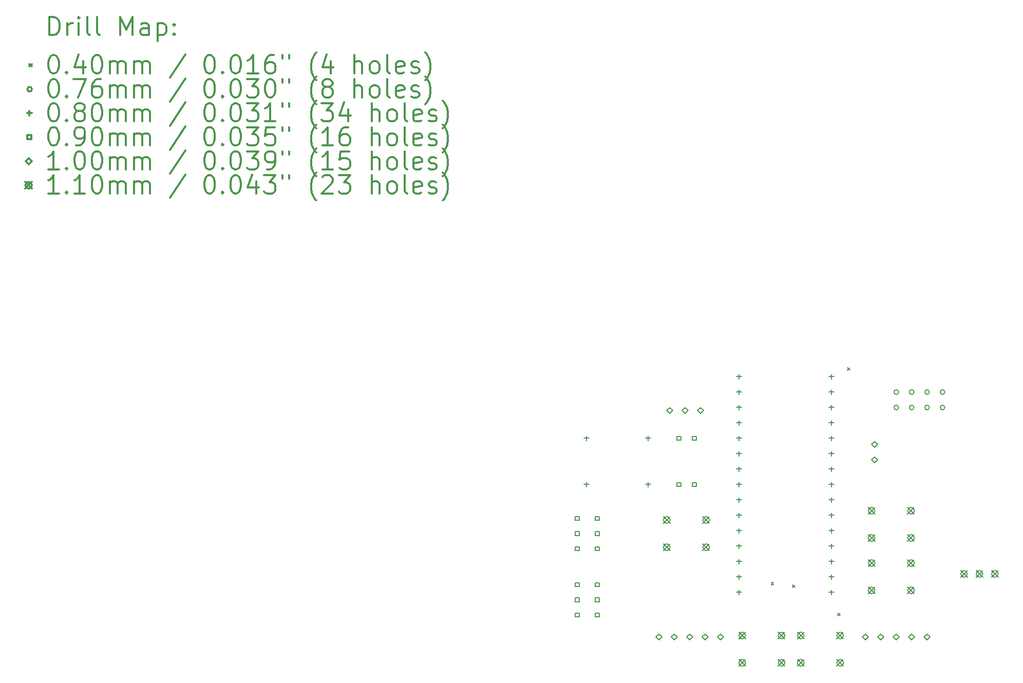
<source format=gbr>
%FSLAX45Y45*%
G04 Gerber Fmt 4.5, Leading zero omitted, Abs format (unit mm)*
G04 Created by KiCad (PCBNEW (5.1.5)-3) date 2021-01-27 22:26:40*
%MOMM*%
%LPD*%
G04 APERTURE LIST*
%ADD10C,0.200000*%
%ADD11C,0.300000*%
G04 APERTURE END LIST*
D10*
X12187520Y-9486890D02*
X12227520Y-9526890D01*
X12227520Y-9486890D02*
X12187520Y-9526890D01*
X12536620Y-9533490D02*
X12576620Y-9573490D01*
X12576620Y-9533490D02*
X12536620Y-9573490D01*
X13280920Y-9997420D02*
X13320920Y-10037420D01*
X13320920Y-9997420D02*
X13280920Y-10037420D01*
X13442000Y-5949000D02*
X13482000Y-5989000D01*
X13482000Y-5949000D02*
X13442000Y-5989000D01*
X14287500Y-6350000D02*
G75*
G03X14287500Y-6350000I-38100J0D01*
G01*
X14287500Y-6604000D02*
G75*
G03X14287500Y-6604000I-38100J0D01*
G01*
X14541500Y-6350000D02*
G75*
G03X14541500Y-6350000I-38100J0D01*
G01*
X14541500Y-6604000D02*
G75*
G03X14541500Y-6604000I-38100J0D01*
G01*
X14795500Y-6350000D02*
G75*
G03X14795500Y-6350000I-38100J0D01*
G01*
X14795500Y-6604000D02*
G75*
G03X14795500Y-6604000I-38100J0D01*
G01*
X15049500Y-6350000D02*
G75*
G03X15049500Y-6350000I-38100J0D01*
G01*
X15049500Y-6604000D02*
G75*
G03X15049500Y-6604000I-38100J0D01*
G01*
X9144000Y-7072000D02*
X9144000Y-7152000D01*
X9104000Y-7112000D02*
X9184000Y-7112000D01*
X10160000Y-7072000D02*
X10160000Y-7152000D01*
X10120000Y-7112000D02*
X10200000Y-7112000D01*
X11658600Y-6056000D02*
X11658600Y-6136000D01*
X11618600Y-6096000D02*
X11698600Y-6096000D01*
X11658600Y-6310000D02*
X11658600Y-6390000D01*
X11618600Y-6350000D02*
X11698600Y-6350000D01*
X11658600Y-6564000D02*
X11658600Y-6644000D01*
X11618600Y-6604000D02*
X11698600Y-6604000D01*
X11658600Y-6818000D02*
X11658600Y-6898000D01*
X11618600Y-6858000D02*
X11698600Y-6858000D01*
X11658600Y-7072000D02*
X11658600Y-7152000D01*
X11618600Y-7112000D02*
X11698600Y-7112000D01*
X11658600Y-7326000D02*
X11658600Y-7406000D01*
X11618600Y-7366000D02*
X11698600Y-7366000D01*
X11658600Y-7580000D02*
X11658600Y-7660000D01*
X11618600Y-7620000D02*
X11698600Y-7620000D01*
X11658600Y-7834000D02*
X11658600Y-7914000D01*
X11618600Y-7874000D02*
X11698600Y-7874000D01*
X11658600Y-8088000D02*
X11658600Y-8168000D01*
X11618600Y-8128000D02*
X11698600Y-8128000D01*
X11658600Y-8342000D02*
X11658600Y-8422000D01*
X11618600Y-8382000D02*
X11698600Y-8382000D01*
X11658600Y-8596000D02*
X11658600Y-8676000D01*
X11618600Y-8636000D02*
X11698600Y-8636000D01*
X11658600Y-8850000D02*
X11658600Y-8930000D01*
X11618600Y-8890000D02*
X11698600Y-8890000D01*
X11658600Y-9104000D02*
X11658600Y-9184000D01*
X11618600Y-9144000D02*
X11698600Y-9144000D01*
X11658600Y-9358000D02*
X11658600Y-9438000D01*
X11618600Y-9398000D02*
X11698600Y-9398000D01*
X11658600Y-9612000D02*
X11658600Y-9692000D01*
X11618600Y-9652000D02*
X11698600Y-9652000D01*
X13182600Y-6056000D02*
X13182600Y-6136000D01*
X13142600Y-6096000D02*
X13222600Y-6096000D01*
X13182600Y-6310000D02*
X13182600Y-6390000D01*
X13142600Y-6350000D02*
X13222600Y-6350000D01*
X13182600Y-6564000D02*
X13182600Y-6644000D01*
X13142600Y-6604000D02*
X13222600Y-6604000D01*
X13182600Y-6818000D02*
X13182600Y-6898000D01*
X13142600Y-6858000D02*
X13222600Y-6858000D01*
X13182600Y-7072000D02*
X13182600Y-7152000D01*
X13142600Y-7112000D02*
X13222600Y-7112000D01*
X13182600Y-7326000D02*
X13182600Y-7406000D01*
X13142600Y-7366000D02*
X13222600Y-7366000D01*
X13182600Y-7580000D02*
X13182600Y-7660000D01*
X13142600Y-7620000D02*
X13222600Y-7620000D01*
X13182600Y-7834000D02*
X13182600Y-7914000D01*
X13142600Y-7874000D02*
X13222600Y-7874000D01*
X13182600Y-8088000D02*
X13182600Y-8168000D01*
X13142600Y-8128000D02*
X13222600Y-8128000D01*
X13182600Y-8342000D02*
X13182600Y-8422000D01*
X13142600Y-8382000D02*
X13222600Y-8382000D01*
X13182600Y-8596000D02*
X13182600Y-8676000D01*
X13142600Y-8636000D02*
X13222600Y-8636000D01*
X13182600Y-8850000D02*
X13182600Y-8930000D01*
X13142600Y-8890000D02*
X13222600Y-8890000D01*
X13182600Y-9104000D02*
X13182600Y-9184000D01*
X13142600Y-9144000D02*
X13222600Y-9144000D01*
X13182600Y-9358000D02*
X13182600Y-9438000D01*
X13142600Y-9398000D02*
X13222600Y-9398000D01*
X13182600Y-9612000D02*
X13182600Y-9692000D01*
X13142600Y-9652000D02*
X13222600Y-9652000D01*
X9144000Y-7834000D02*
X9144000Y-7914000D01*
X9104000Y-7874000D02*
X9184000Y-7874000D01*
X10160000Y-7834000D02*
X10160000Y-7914000D01*
X10120000Y-7874000D02*
X10200000Y-7874000D01*
X10699820Y-7143820D02*
X10699820Y-7080180D01*
X10636180Y-7080180D01*
X10636180Y-7143820D01*
X10699820Y-7143820D01*
X10953820Y-7143820D02*
X10953820Y-7080180D01*
X10890180Y-7080180D01*
X10890180Y-7143820D01*
X10953820Y-7143820D01*
X9023620Y-8464620D02*
X9023620Y-8400980D01*
X8959980Y-8400980D01*
X8959980Y-8464620D01*
X9023620Y-8464620D01*
X9023620Y-8714620D02*
X9023620Y-8650980D01*
X8959980Y-8650980D01*
X8959980Y-8714620D01*
X9023620Y-8714620D01*
X9023620Y-8964620D02*
X9023620Y-8900980D01*
X8959980Y-8900980D01*
X8959980Y-8964620D01*
X9023620Y-8964620D01*
X9353620Y-8464620D02*
X9353620Y-8400980D01*
X9289980Y-8400980D01*
X9289980Y-8464620D01*
X9353620Y-8464620D01*
X9353620Y-8714620D02*
X9353620Y-8650980D01*
X9289980Y-8650980D01*
X9289980Y-8714620D01*
X9353620Y-8714620D01*
X9353620Y-8964620D02*
X9353620Y-8900980D01*
X9289980Y-8900980D01*
X9289980Y-8964620D01*
X9353620Y-8964620D01*
X10699820Y-7905820D02*
X10699820Y-7842180D01*
X10636180Y-7842180D01*
X10636180Y-7905820D01*
X10699820Y-7905820D01*
X10953820Y-7905820D02*
X10953820Y-7842180D01*
X10890180Y-7842180D01*
X10890180Y-7905820D01*
X10953820Y-7905820D01*
X9023620Y-9556820D02*
X9023620Y-9493180D01*
X8959980Y-9493180D01*
X8959980Y-9556820D01*
X9023620Y-9556820D01*
X9023620Y-9806820D02*
X9023620Y-9743180D01*
X8959980Y-9743180D01*
X8959980Y-9806820D01*
X9023620Y-9806820D01*
X9023620Y-10056820D02*
X9023620Y-9993180D01*
X8959980Y-9993180D01*
X8959980Y-10056820D01*
X9023620Y-10056820D01*
X9353620Y-9556820D02*
X9353620Y-9493180D01*
X9289980Y-9493180D01*
X9289980Y-9556820D01*
X9353620Y-9556820D01*
X9353620Y-9806820D02*
X9353620Y-9743180D01*
X9289980Y-9743180D01*
X9289980Y-9806820D01*
X9353620Y-9806820D01*
X9353620Y-10056820D02*
X9353620Y-9993180D01*
X9289980Y-9993180D01*
X9289980Y-10056820D01*
X9353620Y-10056820D01*
X13741400Y-10438600D02*
X13791400Y-10388600D01*
X13741400Y-10338600D01*
X13691400Y-10388600D01*
X13741400Y-10438600D01*
X13995400Y-10438600D02*
X14045400Y-10388600D01*
X13995400Y-10338600D01*
X13945400Y-10388600D01*
X13995400Y-10438600D01*
X14249400Y-10438600D02*
X14299400Y-10388600D01*
X14249400Y-10338600D01*
X14199400Y-10388600D01*
X14249400Y-10438600D01*
X14503400Y-10438600D02*
X14553400Y-10388600D01*
X14503400Y-10338600D01*
X14453400Y-10388600D01*
X14503400Y-10438600D01*
X14757400Y-10438600D02*
X14807400Y-10388600D01*
X14757400Y-10338600D01*
X14707400Y-10388600D01*
X14757400Y-10438600D01*
X10337800Y-10438600D02*
X10387800Y-10388600D01*
X10337800Y-10338600D01*
X10287800Y-10388600D01*
X10337800Y-10438600D01*
X10591800Y-10438600D02*
X10641800Y-10388600D01*
X10591800Y-10338600D01*
X10541800Y-10388600D01*
X10591800Y-10438600D01*
X10845800Y-10438600D02*
X10895800Y-10388600D01*
X10845800Y-10338600D01*
X10795800Y-10388600D01*
X10845800Y-10438600D01*
X11099800Y-10438600D02*
X11149800Y-10388600D01*
X11099800Y-10338600D01*
X11049800Y-10388600D01*
X11099800Y-10438600D01*
X11353800Y-10438600D02*
X11403800Y-10388600D01*
X11353800Y-10338600D01*
X11303800Y-10388600D01*
X11353800Y-10438600D01*
X10515600Y-6704800D02*
X10565600Y-6654800D01*
X10515600Y-6604800D01*
X10465600Y-6654800D01*
X10515600Y-6704800D01*
X10769600Y-6704800D02*
X10819600Y-6654800D01*
X10769600Y-6604800D01*
X10719600Y-6654800D01*
X10769600Y-6704800D01*
X11023600Y-6704800D02*
X11073600Y-6654800D01*
X11023600Y-6604800D01*
X10973600Y-6654800D01*
X11023600Y-6704800D01*
X13893800Y-7263600D02*
X13943800Y-7213600D01*
X13893800Y-7163600D01*
X13843800Y-7213600D01*
X13893800Y-7263600D01*
X13893800Y-7517600D02*
X13943800Y-7467600D01*
X13893800Y-7417600D01*
X13843800Y-7467600D01*
X13893800Y-7517600D01*
X11654400Y-10308200D02*
X11764400Y-10418200D01*
X11764400Y-10308200D02*
X11654400Y-10418200D01*
X11764400Y-10363200D02*
G75*
G03X11764400Y-10363200I-55000J0D01*
G01*
X11654400Y-10758200D02*
X11764400Y-10868200D01*
X11764400Y-10758200D02*
X11654400Y-10868200D01*
X11764400Y-10813200D02*
G75*
G03X11764400Y-10813200I-55000J0D01*
G01*
X12304400Y-10308200D02*
X12414400Y-10418200D01*
X12414400Y-10308200D02*
X12304400Y-10418200D01*
X12414400Y-10363200D02*
G75*
G03X12414400Y-10363200I-55000J0D01*
G01*
X12304400Y-10758200D02*
X12414400Y-10868200D01*
X12414400Y-10758200D02*
X12304400Y-10868200D01*
X12414400Y-10813200D02*
G75*
G03X12414400Y-10813200I-55000J0D01*
G01*
X13788000Y-8250800D02*
X13898000Y-8360800D01*
X13898000Y-8250800D02*
X13788000Y-8360800D01*
X13898000Y-8305800D02*
G75*
G03X13898000Y-8305800I-55000J0D01*
G01*
X13788000Y-8700800D02*
X13898000Y-8810800D01*
X13898000Y-8700800D02*
X13788000Y-8810800D01*
X13898000Y-8755800D02*
G75*
G03X13898000Y-8755800I-55000J0D01*
G01*
X14438000Y-8250800D02*
X14548000Y-8360800D01*
X14548000Y-8250800D02*
X14438000Y-8360800D01*
X14548000Y-8305800D02*
G75*
G03X14548000Y-8305800I-55000J0D01*
G01*
X14438000Y-8700800D02*
X14548000Y-8810800D01*
X14548000Y-8700800D02*
X14438000Y-8810800D01*
X14548000Y-8755800D02*
G75*
G03X14548000Y-8755800I-55000J0D01*
G01*
X10409800Y-8403200D02*
X10519800Y-8513200D01*
X10519800Y-8403200D02*
X10409800Y-8513200D01*
X10519800Y-8458200D02*
G75*
G03X10519800Y-8458200I-55000J0D01*
G01*
X10409800Y-8853200D02*
X10519800Y-8963200D01*
X10519800Y-8853200D02*
X10409800Y-8963200D01*
X10519800Y-8908200D02*
G75*
G03X10519800Y-8908200I-55000J0D01*
G01*
X11059800Y-8403200D02*
X11169800Y-8513200D01*
X11169800Y-8403200D02*
X11059800Y-8513200D01*
X11169800Y-8458200D02*
G75*
G03X11169800Y-8458200I-55000J0D01*
G01*
X11059800Y-8853200D02*
X11169800Y-8963200D01*
X11169800Y-8853200D02*
X11059800Y-8963200D01*
X11169800Y-8908200D02*
G75*
G03X11169800Y-8908200I-55000J0D01*
G01*
X13788000Y-9114400D02*
X13898000Y-9224400D01*
X13898000Y-9114400D02*
X13788000Y-9224400D01*
X13898000Y-9169400D02*
G75*
G03X13898000Y-9169400I-55000J0D01*
G01*
X13788000Y-9564400D02*
X13898000Y-9674400D01*
X13898000Y-9564400D02*
X13788000Y-9674400D01*
X13898000Y-9619400D02*
G75*
G03X13898000Y-9619400I-55000J0D01*
G01*
X14438000Y-9114400D02*
X14548000Y-9224400D01*
X14548000Y-9114400D02*
X14438000Y-9224400D01*
X14548000Y-9169400D02*
G75*
G03X14548000Y-9169400I-55000J0D01*
G01*
X14438000Y-9564400D02*
X14548000Y-9674400D01*
X14548000Y-9564400D02*
X14438000Y-9674400D01*
X14548000Y-9619400D02*
G75*
G03X14548000Y-9619400I-55000J0D01*
G01*
X12619600Y-10308200D02*
X12729600Y-10418200D01*
X12729600Y-10308200D02*
X12619600Y-10418200D01*
X12729600Y-10363200D02*
G75*
G03X12729600Y-10363200I-55000J0D01*
G01*
X12619600Y-10758200D02*
X12729600Y-10868200D01*
X12729600Y-10758200D02*
X12619600Y-10868200D01*
X12729600Y-10813200D02*
G75*
G03X12729600Y-10813200I-55000J0D01*
G01*
X13269600Y-10308200D02*
X13379600Y-10418200D01*
X13379600Y-10308200D02*
X13269600Y-10418200D01*
X13379600Y-10363200D02*
G75*
G03X13379600Y-10363200I-55000J0D01*
G01*
X13269600Y-10758200D02*
X13379600Y-10868200D01*
X13379600Y-10758200D02*
X13269600Y-10868200D01*
X13379600Y-10813200D02*
G75*
G03X13379600Y-10813200I-55000J0D01*
G01*
X15312000Y-9292200D02*
X15422000Y-9402200D01*
X15422000Y-9292200D02*
X15312000Y-9402200D01*
X15422000Y-9347200D02*
G75*
G03X15422000Y-9347200I-55000J0D01*
G01*
X15566000Y-9292200D02*
X15676000Y-9402200D01*
X15676000Y-9292200D02*
X15566000Y-9402200D01*
X15676000Y-9347200D02*
G75*
G03X15676000Y-9347200I-55000J0D01*
G01*
X15820000Y-9292200D02*
X15930000Y-9402200D01*
X15930000Y-9292200D02*
X15820000Y-9402200D01*
X15930000Y-9347200D02*
G75*
G03X15930000Y-9347200I-55000J0D01*
G01*
D11*
X286429Y-465714D02*
X286429Y-165714D01*
X357857Y-165714D01*
X400714Y-180000D01*
X429286Y-208571D01*
X443571Y-237143D01*
X457857Y-294286D01*
X457857Y-337143D01*
X443571Y-394286D01*
X429286Y-422857D01*
X400714Y-451428D01*
X357857Y-465714D01*
X286429Y-465714D01*
X586429Y-465714D02*
X586429Y-265714D01*
X586429Y-322857D02*
X600714Y-294286D01*
X615000Y-280000D01*
X643571Y-265714D01*
X672143Y-265714D01*
X772143Y-465714D02*
X772143Y-265714D01*
X772143Y-165714D02*
X757857Y-180000D01*
X772143Y-194286D01*
X786428Y-180000D01*
X772143Y-165714D01*
X772143Y-194286D01*
X957857Y-465714D02*
X929286Y-451428D01*
X915000Y-422857D01*
X915000Y-165714D01*
X1115000Y-465714D02*
X1086429Y-451428D01*
X1072143Y-422857D01*
X1072143Y-165714D01*
X1457857Y-465714D02*
X1457857Y-165714D01*
X1557857Y-380000D01*
X1657857Y-165714D01*
X1657857Y-465714D01*
X1929286Y-465714D02*
X1929286Y-308571D01*
X1915000Y-280000D01*
X1886428Y-265714D01*
X1829286Y-265714D01*
X1800714Y-280000D01*
X1929286Y-451428D02*
X1900714Y-465714D01*
X1829286Y-465714D01*
X1800714Y-451428D01*
X1786428Y-422857D01*
X1786428Y-394286D01*
X1800714Y-365714D01*
X1829286Y-351428D01*
X1900714Y-351428D01*
X1929286Y-337143D01*
X2072143Y-265714D02*
X2072143Y-565714D01*
X2072143Y-280000D02*
X2100714Y-265714D01*
X2157857Y-265714D01*
X2186429Y-280000D01*
X2200714Y-294286D01*
X2215000Y-322857D01*
X2215000Y-408571D01*
X2200714Y-437143D01*
X2186429Y-451428D01*
X2157857Y-465714D01*
X2100714Y-465714D01*
X2072143Y-451428D01*
X2343571Y-437143D02*
X2357857Y-451428D01*
X2343571Y-465714D01*
X2329286Y-451428D01*
X2343571Y-437143D01*
X2343571Y-465714D01*
X2343571Y-280000D02*
X2357857Y-294286D01*
X2343571Y-308571D01*
X2329286Y-294286D01*
X2343571Y-280000D01*
X2343571Y-308571D01*
X-40000Y-940000D02*
X0Y-980000D01*
X0Y-940000D02*
X-40000Y-980000D01*
X343571Y-795714D02*
X372143Y-795714D01*
X400714Y-810000D01*
X415000Y-824286D01*
X429286Y-852857D01*
X443571Y-910000D01*
X443571Y-981428D01*
X429286Y-1038571D01*
X415000Y-1067143D01*
X400714Y-1081429D01*
X372143Y-1095714D01*
X343571Y-1095714D01*
X315000Y-1081429D01*
X300714Y-1067143D01*
X286429Y-1038571D01*
X272143Y-981428D01*
X272143Y-910000D01*
X286429Y-852857D01*
X300714Y-824286D01*
X315000Y-810000D01*
X343571Y-795714D01*
X572143Y-1067143D02*
X586429Y-1081429D01*
X572143Y-1095714D01*
X557857Y-1081429D01*
X572143Y-1067143D01*
X572143Y-1095714D01*
X843571Y-895714D02*
X843571Y-1095714D01*
X772143Y-781428D02*
X700714Y-995714D01*
X886428Y-995714D01*
X1057857Y-795714D02*
X1086429Y-795714D01*
X1115000Y-810000D01*
X1129286Y-824286D01*
X1143571Y-852857D01*
X1157857Y-910000D01*
X1157857Y-981428D01*
X1143571Y-1038571D01*
X1129286Y-1067143D01*
X1115000Y-1081429D01*
X1086429Y-1095714D01*
X1057857Y-1095714D01*
X1029286Y-1081429D01*
X1015000Y-1067143D01*
X1000714Y-1038571D01*
X986428Y-981428D01*
X986428Y-910000D01*
X1000714Y-852857D01*
X1015000Y-824286D01*
X1029286Y-810000D01*
X1057857Y-795714D01*
X1286429Y-1095714D02*
X1286429Y-895714D01*
X1286429Y-924286D02*
X1300714Y-910000D01*
X1329286Y-895714D01*
X1372143Y-895714D01*
X1400714Y-910000D01*
X1415000Y-938571D01*
X1415000Y-1095714D01*
X1415000Y-938571D02*
X1429286Y-910000D01*
X1457857Y-895714D01*
X1500714Y-895714D01*
X1529286Y-910000D01*
X1543571Y-938571D01*
X1543571Y-1095714D01*
X1686428Y-1095714D02*
X1686428Y-895714D01*
X1686428Y-924286D02*
X1700714Y-910000D01*
X1729286Y-895714D01*
X1772143Y-895714D01*
X1800714Y-910000D01*
X1815000Y-938571D01*
X1815000Y-1095714D01*
X1815000Y-938571D02*
X1829286Y-910000D01*
X1857857Y-895714D01*
X1900714Y-895714D01*
X1929286Y-910000D01*
X1943571Y-938571D01*
X1943571Y-1095714D01*
X2529286Y-781428D02*
X2272143Y-1167143D01*
X2915000Y-795714D02*
X2943571Y-795714D01*
X2972143Y-810000D01*
X2986428Y-824286D01*
X3000714Y-852857D01*
X3015000Y-910000D01*
X3015000Y-981428D01*
X3000714Y-1038571D01*
X2986428Y-1067143D01*
X2972143Y-1081429D01*
X2943571Y-1095714D01*
X2915000Y-1095714D01*
X2886428Y-1081429D01*
X2872143Y-1067143D01*
X2857857Y-1038571D01*
X2843571Y-981428D01*
X2843571Y-910000D01*
X2857857Y-852857D01*
X2872143Y-824286D01*
X2886428Y-810000D01*
X2915000Y-795714D01*
X3143571Y-1067143D02*
X3157857Y-1081429D01*
X3143571Y-1095714D01*
X3129286Y-1081429D01*
X3143571Y-1067143D01*
X3143571Y-1095714D01*
X3343571Y-795714D02*
X3372143Y-795714D01*
X3400714Y-810000D01*
X3415000Y-824286D01*
X3429286Y-852857D01*
X3443571Y-910000D01*
X3443571Y-981428D01*
X3429286Y-1038571D01*
X3415000Y-1067143D01*
X3400714Y-1081429D01*
X3372143Y-1095714D01*
X3343571Y-1095714D01*
X3315000Y-1081429D01*
X3300714Y-1067143D01*
X3286428Y-1038571D01*
X3272143Y-981428D01*
X3272143Y-910000D01*
X3286428Y-852857D01*
X3300714Y-824286D01*
X3315000Y-810000D01*
X3343571Y-795714D01*
X3729286Y-1095714D02*
X3557857Y-1095714D01*
X3643571Y-1095714D02*
X3643571Y-795714D01*
X3615000Y-838571D01*
X3586428Y-867143D01*
X3557857Y-881428D01*
X3986428Y-795714D02*
X3929286Y-795714D01*
X3900714Y-810000D01*
X3886428Y-824286D01*
X3857857Y-867143D01*
X3843571Y-924286D01*
X3843571Y-1038571D01*
X3857857Y-1067143D01*
X3872143Y-1081429D01*
X3900714Y-1095714D01*
X3957857Y-1095714D01*
X3986428Y-1081429D01*
X4000714Y-1067143D01*
X4015000Y-1038571D01*
X4015000Y-967143D01*
X4000714Y-938571D01*
X3986428Y-924286D01*
X3957857Y-910000D01*
X3900714Y-910000D01*
X3872143Y-924286D01*
X3857857Y-938571D01*
X3843571Y-967143D01*
X4129286Y-795714D02*
X4129286Y-852857D01*
X4243571Y-795714D02*
X4243571Y-852857D01*
X4686429Y-1210000D02*
X4672143Y-1195714D01*
X4643571Y-1152857D01*
X4629286Y-1124286D01*
X4615000Y-1081429D01*
X4600714Y-1010000D01*
X4600714Y-952857D01*
X4615000Y-881428D01*
X4629286Y-838571D01*
X4643571Y-810000D01*
X4672143Y-767143D01*
X4686429Y-752857D01*
X4929286Y-895714D02*
X4929286Y-1095714D01*
X4857857Y-781428D02*
X4786429Y-995714D01*
X4972143Y-995714D01*
X5315000Y-1095714D02*
X5315000Y-795714D01*
X5443571Y-1095714D02*
X5443571Y-938571D01*
X5429286Y-910000D01*
X5400714Y-895714D01*
X5357857Y-895714D01*
X5329286Y-910000D01*
X5315000Y-924286D01*
X5629286Y-1095714D02*
X5600714Y-1081429D01*
X5586429Y-1067143D01*
X5572143Y-1038571D01*
X5572143Y-952857D01*
X5586429Y-924286D01*
X5600714Y-910000D01*
X5629286Y-895714D01*
X5672143Y-895714D01*
X5700714Y-910000D01*
X5715000Y-924286D01*
X5729286Y-952857D01*
X5729286Y-1038571D01*
X5715000Y-1067143D01*
X5700714Y-1081429D01*
X5672143Y-1095714D01*
X5629286Y-1095714D01*
X5900714Y-1095714D02*
X5872143Y-1081429D01*
X5857857Y-1052857D01*
X5857857Y-795714D01*
X6129286Y-1081429D02*
X6100714Y-1095714D01*
X6043571Y-1095714D01*
X6015000Y-1081429D01*
X6000714Y-1052857D01*
X6000714Y-938571D01*
X6015000Y-910000D01*
X6043571Y-895714D01*
X6100714Y-895714D01*
X6129286Y-910000D01*
X6143571Y-938571D01*
X6143571Y-967143D01*
X6000714Y-995714D01*
X6257857Y-1081429D02*
X6286428Y-1095714D01*
X6343571Y-1095714D01*
X6372143Y-1081429D01*
X6386428Y-1052857D01*
X6386428Y-1038571D01*
X6372143Y-1010000D01*
X6343571Y-995714D01*
X6300714Y-995714D01*
X6272143Y-981428D01*
X6257857Y-952857D01*
X6257857Y-938571D01*
X6272143Y-910000D01*
X6300714Y-895714D01*
X6343571Y-895714D01*
X6372143Y-910000D01*
X6486428Y-1210000D02*
X6500714Y-1195714D01*
X6529286Y-1152857D01*
X6543571Y-1124286D01*
X6557857Y-1081429D01*
X6572143Y-1010000D01*
X6572143Y-952857D01*
X6557857Y-881428D01*
X6543571Y-838571D01*
X6529286Y-810000D01*
X6500714Y-767143D01*
X6486428Y-752857D01*
X0Y-1356000D02*
G75*
G03X0Y-1356000I-38100J0D01*
G01*
X343571Y-1191714D02*
X372143Y-1191714D01*
X400714Y-1206000D01*
X415000Y-1220286D01*
X429286Y-1248857D01*
X443571Y-1306000D01*
X443571Y-1377429D01*
X429286Y-1434571D01*
X415000Y-1463143D01*
X400714Y-1477428D01*
X372143Y-1491714D01*
X343571Y-1491714D01*
X315000Y-1477428D01*
X300714Y-1463143D01*
X286429Y-1434571D01*
X272143Y-1377429D01*
X272143Y-1306000D01*
X286429Y-1248857D01*
X300714Y-1220286D01*
X315000Y-1206000D01*
X343571Y-1191714D01*
X572143Y-1463143D02*
X586429Y-1477428D01*
X572143Y-1491714D01*
X557857Y-1477428D01*
X572143Y-1463143D01*
X572143Y-1491714D01*
X686429Y-1191714D02*
X886428Y-1191714D01*
X757857Y-1491714D01*
X1129286Y-1191714D02*
X1072143Y-1191714D01*
X1043571Y-1206000D01*
X1029286Y-1220286D01*
X1000714Y-1263143D01*
X986428Y-1320286D01*
X986428Y-1434571D01*
X1000714Y-1463143D01*
X1015000Y-1477428D01*
X1043571Y-1491714D01*
X1100714Y-1491714D01*
X1129286Y-1477428D01*
X1143571Y-1463143D01*
X1157857Y-1434571D01*
X1157857Y-1363143D01*
X1143571Y-1334571D01*
X1129286Y-1320286D01*
X1100714Y-1306000D01*
X1043571Y-1306000D01*
X1015000Y-1320286D01*
X1000714Y-1334571D01*
X986428Y-1363143D01*
X1286429Y-1491714D02*
X1286429Y-1291714D01*
X1286429Y-1320286D02*
X1300714Y-1306000D01*
X1329286Y-1291714D01*
X1372143Y-1291714D01*
X1400714Y-1306000D01*
X1415000Y-1334571D01*
X1415000Y-1491714D01*
X1415000Y-1334571D02*
X1429286Y-1306000D01*
X1457857Y-1291714D01*
X1500714Y-1291714D01*
X1529286Y-1306000D01*
X1543571Y-1334571D01*
X1543571Y-1491714D01*
X1686428Y-1491714D02*
X1686428Y-1291714D01*
X1686428Y-1320286D02*
X1700714Y-1306000D01*
X1729286Y-1291714D01*
X1772143Y-1291714D01*
X1800714Y-1306000D01*
X1815000Y-1334571D01*
X1815000Y-1491714D01*
X1815000Y-1334571D02*
X1829286Y-1306000D01*
X1857857Y-1291714D01*
X1900714Y-1291714D01*
X1929286Y-1306000D01*
X1943571Y-1334571D01*
X1943571Y-1491714D01*
X2529286Y-1177429D02*
X2272143Y-1563143D01*
X2915000Y-1191714D02*
X2943571Y-1191714D01*
X2972143Y-1206000D01*
X2986428Y-1220286D01*
X3000714Y-1248857D01*
X3015000Y-1306000D01*
X3015000Y-1377429D01*
X3000714Y-1434571D01*
X2986428Y-1463143D01*
X2972143Y-1477428D01*
X2943571Y-1491714D01*
X2915000Y-1491714D01*
X2886428Y-1477428D01*
X2872143Y-1463143D01*
X2857857Y-1434571D01*
X2843571Y-1377429D01*
X2843571Y-1306000D01*
X2857857Y-1248857D01*
X2872143Y-1220286D01*
X2886428Y-1206000D01*
X2915000Y-1191714D01*
X3143571Y-1463143D02*
X3157857Y-1477428D01*
X3143571Y-1491714D01*
X3129286Y-1477428D01*
X3143571Y-1463143D01*
X3143571Y-1491714D01*
X3343571Y-1191714D02*
X3372143Y-1191714D01*
X3400714Y-1206000D01*
X3415000Y-1220286D01*
X3429286Y-1248857D01*
X3443571Y-1306000D01*
X3443571Y-1377429D01*
X3429286Y-1434571D01*
X3415000Y-1463143D01*
X3400714Y-1477428D01*
X3372143Y-1491714D01*
X3343571Y-1491714D01*
X3315000Y-1477428D01*
X3300714Y-1463143D01*
X3286428Y-1434571D01*
X3272143Y-1377429D01*
X3272143Y-1306000D01*
X3286428Y-1248857D01*
X3300714Y-1220286D01*
X3315000Y-1206000D01*
X3343571Y-1191714D01*
X3543571Y-1191714D02*
X3729286Y-1191714D01*
X3629286Y-1306000D01*
X3672143Y-1306000D01*
X3700714Y-1320286D01*
X3715000Y-1334571D01*
X3729286Y-1363143D01*
X3729286Y-1434571D01*
X3715000Y-1463143D01*
X3700714Y-1477428D01*
X3672143Y-1491714D01*
X3586428Y-1491714D01*
X3557857Y-1477428D01*
X3543571Y-1463143D01*
X3915000Y-1191714D02*
X3943571Y-1191714D01*
X3972143Y-1206000D01*
X3986428Y-1220286D01*
X4000714Y-1248857D01*
X4015000Y-1306000D01*
X4015000Y-1377429D01*
X4000714Y-1434571D01*
X3986428Y-1463143D01*
X3972143Y-1477428D01*
X3943571Y-1491714D01*
X3915000Y-1491714D01*
X3886428Y-1477428D01*
X3872143Y-1463143D01*
X3857857Y-1434571D01*
X3843571Y-1377429D01*
X3843571Y-1306000D01*
X3857857Y-1248857D01*
X3872143Y-1220286D01*
X3886428Y-1206000D01*
X3915000Y-1191714D01*
X4129286Y-1191714D02*
X4129286Y-1248857D01*
X4243571Y-1191714D02*
X4243571Y-1248857D01*
X4686429Y-1606000D02*
X4672143Y-1591714D01*
X4643571Y-1548857D01*
X4629286Y-1520286D01*
X4615000Y-1477428D01*
X4600714Y-1406000D01*
X4600714Y-1348857D01*
X4615000Y-1277429D01*
X4629286Y-1234571D01*
X4643571Y-1206000D01*
X4672143Y-1163143D01*
X4686429Y-1148857D01*
X4843571Y-1320286D02*
X4815000Y-1306000D01*
X4800714Y-1291714D01*
X4786429Y-1263143D01*
X4786429Y-1248857D01*
X4800714Y-1220286D01*
X4815000Y-1206000D01*
X4843571Y-1191714D01*
X4900714Y-1191714D01*
X4929286Y-1206000D01*
X4943571Y-1220286D01*
X4957857Y-1248857D01*
X4957857Y-1263143D01*
X4943571Y-1291714D01*
X4929286Y-1306000D01*
X4900714Y-1320286D01*
X4843571Y-1320286D01*
X4815000Y-1334571D01*
X4800714Y-1348857D01*
X4786429Y-1377429D01*
X4786429Y-1434571D01*
X4800714Y-1463143D01*
X4815000Y-1477428D01*
X4843571Y-1491714D01*
X4900714Y-1491714D01*
X4929286Y-1477428D01*
X4943571Y-1463143D01*
X4957857Y-1434571D01*
X4957857Y-1377429D01*
X4943571Y-1348857D01*
X4929286Y-1334571D01*
X4900714Y-1320286D01*
X5315000Y-1491714D02*
X5315000Y-1191714D01*
X5443571Y-1491714D02*
X5443571Y-1334571D01*
X5429286Y-1306000D01*
X5400714Y-1291714D01*
X5357857Y-1291714D01*
X5329286Y-1306000D01*
X5315000Y-1320286D01*
X5629286Y-1491714D02*
X5600714Y-1477428D01*
X5586429Y-1463143D01*
X5572143Y-1434571D01*
X5572143Y-1348857D01*
X5586429Y-1320286D01*
X5600714Y-1306000D01*
X5629286Y-1291714D01*
X5672143Y-1291714D01*
X5700714Y-1306000D01*
X5715000Y-1320286D01*
X5729286Y-1348857D01*
X5729286Y-1434571D01*
X5715000Y-1463143D01*
X5700714Y-1477428D01*
X5672143Y-1491714D01*
X5629286Y-1491714D01*
X5900714Y-1491714D02*
X5872143Y-1477428D01*
X5857857Y-1448857D01*
X5857857Y-1191714D01*
X6129286Y-1477428D02*
X6100714Y-1491714D01*
X6043571Y-1491714D01*
X6015000Y-1477428D01*
X6000714Y-1448857D01*
X6000714Y-1334571D01*
X6015000Y-1306000D01*
X6043571Y-1291714D01*
X6100714Y-1291714D01*
X6129286Y-1306000D01*
X6143571Y-1334571D01*
X6143571Y-1363143D01*
X6000714Y-1391714D01*
X6257857Y-1477428D02*
X6286428Y-1491714D01*
X6343571Y-1491714D01*
X6372143Y-1477428D01*
X6386428Y-1448857D01*
X6386428Y-1434571D01*
X6372143Y-1406000D01*
X6343571Y-1391714D01*
X6300714Y-1391714D01*
X6272143Y-1377429D01*
X6257857Y-1348857D01*
X6257857Y-1334571D01*
X6272143Y-1306000D01*
X6300714Y-1291714D01*
X6343571Y-1291714D01*
X6372143Y-1306000D01*
X6486428Y-1606000D02*
X6500714Y-1591714D01*
X6529286Y-1548857D01*
X6543571Y-1520286D01*
X6557857Y-1477428D01*
X6572143Y-1406000D01*
X6572143Y-1348857D01*
X6557857Y-1277429D01*
X6543571Y-1234571D01*
X6529286Y-1206000D01*
X6500714Y-1163143D01*
X6486428Y-1148857D01*
X-40000Y-1712000D02*
X-40000Y-1792000D01*
X-80000Y-1752000D02*
X0Y-1752000D01*
X343571Y-1587714D02*
X372143Y-1587714D01*
X400714Y-1602000D01*
X415000Y-1616286D01*
X429286Y-1644857D01*
X443571Y-1702000D01*
X443571Y-1773428D01*
X429286Y-1830571D01*
X415000Y-1859143D01*
X400714Y-1873428D01*
X372143Y-1887714D01*
X343571Y-1887714D01*
X315000Y-1873428D01*
X300714Y-1859143D01*
X286429Y-1830571D01*
X272143Y-1773428D01*
X272143Y-1702000D01*
X286429Y-1644857D01*
X300714Y-1616286D01*
X315000Y-1602000D01*
X343571Y-1587714D01*
X572143Y-1859143D02*
X586429Y-1873428D01*
X572143Y-1887714D01*
X557857Y-1873428D01*
X572143Y-1859143D01*
X572143Y-1887714D01*
X757857Y-1716286D02*
X729286Y-1702000D01*
X715000Y-1687714D01*
X700714Y-1659143D01*
X700714Y-1644857D01*
X715000Y-1616286D01*
X729286Y-1602000D01*
X757857Y-1587714D01*
X815000Y-1587714D01*
X843571Y-1602000D01*
X857857Y-1616286D01*
X872143Y-1644857D01*
X872143Y-1659143D01*
X857857Y-1687714D01*
X843571Y-1702000D01*
X815000Y-1716286D01*
X757857Y-1716286D01*
X729286Y-1730571D01*
X715000Y-1744857D01*
X700714Y-1773428D01*
X700714Y-1830571D01*
X715000Y-1859143D01*
X729286Y-1873428D01*
X757857Y-1887714D01*
X815000Y-1887714D01*
X843571Y-1873428D01*
X857857Y-1859143D01*
X872143Y-1830571D01*
X872143Y-1773428D01*
X857857Y-1744857D01*
X843571Y-1730571D01*
X815000Y-1716286D01*
X1057857Y-1587714D02*
X1086429Y-1587714D01*
X1115000Y-1602000D01*
X1129286Y-1616286D01*
X1143571Y-1644857D01*
X1157857Y-1702000D01*
X1157857Y-1773428D01*
X1143571Y-1830571D01*
X1129286Y-1859143D01*
X1115000Y-1873428D01*
X1086429Y-1887714D01*
X1057857Y-1887714D01*
X1029286Y-1873428D01*
X1015000Y-1859143D01*
X1000714Y-1830571D01*
X986428Y-1773428D01*
X986428Y-1702000D01*
X1000714Y-1644857D01*
X1015000Y-1616286D01*
X1029286Y-1602000D01*
X1057857Y-1587714D01*
X1286429Y-1887714D02*
X1286429Y-1687714D01*
X1286429Y-1716286D02*
X1300714Y-1702000D01*
X1329286Y-1687714D01*
X1372143Y-1687714D01*
X1400714Y-1702000D01*
X1415000Y-1730571D01*
X1415000Y-1887714D01*
X1415000Y-1730571D02*
X1429286Y-1702000D01*
X1457857Y-1687714D01*
X1500714Y-1687714D01*
X1529286Y-1702000D01*
X1543571Y-1730571D01*
X1543571Y-1887714D01*
X1686428Y-1887714D02*
X1686428Y-1687714D01*
X1686428Y-1716286D02*
X1700714Y-1702000D01*
X1729286Y-1687714D01*
X1772143Y-1687714D01*
X1800714Y-1702000D01*
X1815000Y-1730571D01*
X1815000Y-1887714D01*
X1815000Y-1730571D02*
X1829286Y-1702000D01*
X1857857Y-1687714D01*
X1900714Y-1687714D01*
X1929286Y-1702000D01*
X1943571Y-1730571D01*
X1943571Y-1887714D01*
X2529286Y-1573428D02*
X2272143Y-1959143D01*
X2915000Y-1587714D02*
X2943571Y-1587714D01*
X2972143Y-1602000D01*
X2986428Y-1616286D01*
X3000714Y-1644857D01*
X3015000Y-1702000D01*
X3015000Y-1773428D01*
X3000714Y-1830571D01*
X2986428Y-1859143D01*
X2972143Y-1873428D01*
X2943571Y-1887714D01*
X2915000Y-1887714D01*
X2886428Y-1873428D01*
X2872143Y-1859143D01*
X2857857Y-1830571D01*
X2843571Y-1773428D01*
X2843571Y-1702000D01*
X2857857Y-1644857D01*
X2872143Y-1616286D01*
X2886428Y-1602000D01*
X2915000Y-1587714D01*
X3143571Y-1859143D02*
X3157857Y-1873428D01*
X3143571Y-1887714D01*
X3129286Y-1873428D01*
X3143571Y-1859143D01*
X3143571Y-1887714D01*
X3343571Y-1587714D02*
X3372143Y-1587714D01*
X3400714Y-1602000D01*
X3415000Y-1616286D01*
X3429286Y-1644857D01*
X3443571Y-1702000D01*
X3443571Y-1773428D01*
X3429286Y-1830571D01*
X3415000Y-1859143D01*
X3400714Y-1873428D01*
X3372143Y-1887714D01*
X3343571Y-1887714D01*
X3315000Y-1873428D01*
X3300714Y-1859143D01*
X3286428Y-1830571D01*
X3272143Y-1773428D01*
X3272143Y-1702000D01*
X3286428Y-1644857D01*
X3300714Y-1616286D01*
X3315000Y-1602000D01*
X3343571Y-1587714D01*
X3543571Y-1587714D02*
X3729286Y-1587714D01*
X3629286Y-1702000D01*
X3672143Y-1702000D01*
X3700714Y-1716286D01*
X3715000Y-1730571D01*
X3729286Y-1759143D01*
X3729286Y-1830571D01*
X3715000Y-1859143D01*
X3700714Y-1873428D01*
X3672143Y-1887714D01*
X3586428Y-1887714D01*
X3557857Y-1873428D01*
X3543571Y-1859143D01*
X4015000Y-1887714D02*
X3843571Y-1887714D01*
X3929286Y-1887714D02*
X3929286Y-1587714D01*
X3900714Y-1630571D01*
X3872143Y-1659143D01*
X3843571Y-1673428D01*
X4129286Y-1587714D02*
X4129286Y-1644857D01*
X4243571Y-1587714D02*
X4243571Y-1644857D01*
X4686429Y-2002000D02*
X4672143Y-1987714D01*
X4643571Y-1944857D01*
X4629286Y-1916286D01*
X4615000Y-1873428D01*
X4600714Y-1802000D01*
X4600714Y-1744857D01*
X4615000Y-1673428D01*
X4629286Y-1630571D01*
X4643571Y-1602000D01*
X4672143Y-1559143D01*
X4686429Y-1544857D01*
X4772143Y-1587714D02*
X4957857Y-1587714D01*
X4857857Y-1702000D01*
X4900714Y-1702000D01*
X4929286Y-1716286D01*
X4943571Y-1730571D01*
X4957857Y-1759143D01*
X4957857Y-1830571D01*
X4943571Y-1859143D01*
X4929286Y-1873428D01*
X4900714Y-1887714D01*
X4815000Y-1887714D01*
X4786429Y-1873428D01*
X4772143Y-1859143D01*
X5215000Y-1687714D02*
X5215000Y-1887714D01*
X5143571Y-1573428D02*
X5072143Y-1787714D01*
X5257857Y-1787714D01*
X5600714Y-1887714D02*
X5600714Y-1587714D01*
X5729286Y-1887714D02*
X5729286Y-1730571D01*
X5715000Y-1702000D01*
X5686428Y-1687714D01*
X5643571Y-1687714D01*
X5615000Y-1702000D01*
X5600714Y-1716286D01*
X5915000Y-1887714D02*
X5886428Y-1873428D01*
X5872143Y-1859143D01*
X5857857Y-1830571D01*
X5857857Y-1744857D01*
X5872143Y-1716286D01*
X5886428Y-1702000D01*
X5915000Y-1687714D01*
X5957857Y-1687714D01*
X5986428Y-1702000D01*
X6000714Y-1716286D01*
X6015000Y-1744857D01*
X6015000Y-1830571D01*
X6000714Y-1859143D01*
X5986428Y-1873428D01*
X5957857Y-1887714D01*
X5915000Y-1887714D01*
X6186428Y-1887714D02*
X6157857Y-1873428D01*
X6143571Y-1844857D01*
X6143571Y-1587714D01*
X6415000Y-1873428D02*
X6386428Y-1887714D01*
X6329286Y-1887714D01*
X6300714Y-1873428D01*
X6286428Y-1844857D01*
X6286428Y-1730571D01*
X6300714Y-1702000D01*
X6329286Y-1687714D01*
X6386428Y-1687714D01*
X6415000Y-1702000D01*
X6429286Y-1730571D01*
X6429286Y-1759143D01*
X6286428Y-1787714D01*
X6543571Y-1873428D02*
X6572143Y-1887714D01*
X6629286Y-1887714D01*
X6657857Y-1873428D01*
X6672143Y-1844857D01*
X6672143Y-1830571D01*
X6657857Y-1802000D01*
X6629286Y-1787714D01*
X6586428Y-1787714D01*
X6557857Y-1773428D01*
X6543571Y-1744857D01*
X6543571Y-1730571D01*
X6557857Y-1702000D01*
X6586428Y-1687714D01*
X6629286Y-1687714D01*
X6657857Y-1702000D01*
X6772143Y-2002000D02*
X6786428Y-1987714D01*
X6815000Y-1944857D01*
X6829286Y-1916286D01*
X6843571Y-1873428D01*
X6857857Y-1802000D01*
X6857857Y-1744857D01*
X6843571Y-1673428D01*
X6829286Y-1630571D01*
X6815000Y-1602000D01*
X6786428Y-1559143D01*
X6772143Y-1544857D01*
X-13180Y-2179820D02*
X-13180Y-2116180D01*
X-76820Y-2116180D01*
X-76820Y-2179820D01*
X-13180Y-2179820D01*
X343571Y-1983714D02*
X372143Y-1983714D01*
X400714Y-1998000D01*
X415000Y-2012286D01*
X429286Y-2040857D01*
X443571Y-2098000D01*
X443571Y-2169429D01*
X429286Y-2226571D01*
X415000Y-2255143D01*
X400714Y-2269429D01*
X372143Y-2283714D01*
X343571Y-2283714D01*
X315000Y-2269429D01*
X300714Y-2255143D01*
X286429Y-2226571D01*
X272143Y-2169429D01*
X272143Y-2098000D01*
X286429Y-2040857D01*
X300714Y-2012286D01*
X315000Y-1998000D01*
X343571Y-1983714D01*
X572143Y-2255143D02*
X586429Y-2269429D01*
X572143Y-2283714D01*
X557857Y-2269429D01*
X572143Y-2255143D01*
X572143Y-2283714D01*
X729286Y-2283714D02*
X786428Y-2283714D01*
X815000Y-2269429D01*
X829286Y-2255143D01*
X857857Y-2212286D01*
X872143Y-2155143D01*
X872143Y-2040857D01*
X857857Y-2012286D01*
X843571Y-1998000D01*
X815000Y-1983714D01*
X757857Y-1983714D01*
X729286Y-1998000D01*
X715000Y-2012286D01*
X700714Y-2040857D01*
X700714Y-2112286D01*
X715000Y-2140857D01*
X729286Y-2155143D01*
X757857Y-2169429D01*
X815000Y-2169429D01*
X843571Y-2155143D01*
X857857Y-2140857D01*
X872143Y-2112286D01*
X1057857Y-1983714D02*
X1086429Y-1983714D01*
X1115000Y-1998000D01*
X1129286Y-2012286D01*
X1143571Y-2040857D01*
X1157857Y-2098000D01*
X1157857Y-2169429D01*
X1143571Y-2226571D01*
X1129286Y-2255143D01*
X1115000Y-2269429D01*
X1086429Y-2283714D01*
X1057857Y-2283714D01*
X1029286Y-2269429D01*
X1015000Y-2255143D01*
X1000714Y-2226571D01*
X986428Y-2169429D01*
X986428Y-2098000D01*
X1000714Y-2040857D01*
X1015000Y-2012286D01*
X1029286Y-1998000D01*
X1057857Y-1983714D01*
X1286429Y-2283714D02*
X1286429Y-2083714D01*
X1286429Y-2112286D02*
X1300714Y-2098000D01*
X1329286Y-2083714D01*
X1372143Y-2083714D01*
X1400714Y-2098000D01*
X1415000Y-2126571D01*
X1415000Y-2283714D01*
X1415000Y-2126571D02*
X1429286Y-2098000D01*
X1457857Y-2083714D01*
X1500714Y-2083714D01*
X1529286Y-2098000D01*
X1543571Y-2126571D01*
X1543571Y-2283714D01*
X1686428Y-2283714D02*
X1686428Y-2083714D01*
X1686428Y-2112286D02*
X1700714Y-2098000D01*
X1729286Y-2083714D01*
X1772143Y-2083714D01*
X1800714Y-2098000D01*
X1815000Y-2126571D01*
X1815000Y-2283714D01*
X1815000Y-2126571D02*
X1829286Y-2098000D01*
X1857857Y-2083714D01*
X1900714Y-2083714D01*
X1929286Y-2098000D01*
X1943571Y-2126571D01*
X1943571Y-2283714D01*
X2529286Y-1969428D02*
X2272143Y-2355143D01*
X2915000Y-1983714D02*
X2943571Y-1983714D01*
X2972143Y-1998000D01*
X2986428Y-2012286D01*
X3000714Y-2040857D01*
X3015000Y-2098000D01*
X3015000Y-2169429D01*
X3000714Y-2226571D01*
X2986428Y-2255143D01*
X2972143Y-2269429D01*
X2943571Y-2283714D01*
X2915000Y-2283714D01*
X2886428Y-2269429D01*
X2872143Y-2255143D01*
X2857857Y-2226571D01*
X2843571Y-2169429D01*
X2843571Y-2098000D01*
X2857857Y-2040857D01*
X2872143Y-2012286D01*
X2886428Y-1998000D01*
X2915000Y-1983714D01*
X3143571Y-2255143D02*
X3157857Y-2269429D01*
X3143571Y-2283714D01*
X3129286Y-2269429D01*
X3143571Y-2255143D01*
X3143571Y-2283714D01*
X3343571Y-1983714D02*
X3372143Y-1983714D01*
X3400714Y-1998000D01*
X3415000Y-2012286D01*
X3429286Y-2040857D01*
X3443571Y-2098000D01*
X3443571Y-2169429D01*
X3429286Y-2226571D01*
X3415000Y-2255143D01*
X3400714Y-2269429D01*
X3372143Y-2283714D01*
X3343571Y-2283714D01*
X3315000Y-2269429D01*
X3300714Y-2255143D01*
X3286428Y-2226571D01*
X3272143Y-2169429D01*
X3272143Y-2098000D01*
X3286428Y-2040857D01*
X3300714Y-2012286D01*
X3315000Y-1998000D01*
X3343571Y-1983714D01*
X3543571Y-1983714D02*
X3729286Y-1983714D01*
X3629286Y-2098000D01*
X3672143Y-2098000D01*
X3700714Y-2112286D01*
X3715000Y-2126571D01*
X3729286Y-2155143D01*
X3729286Y-2226571D01*
X3715000Y-2255143D01*
X3700714Y-2269429D01*
X3672143Y-2283714D01*
X3586428Y-2283714D01*
X3557857Y-2269429D01*
X3543571Y-2255143D01*
X4000714Y-1983714D02*
X3857857Y-1983714D01*
X3843571Y-2126571D01*
X3857857Y-2112286D01*
X3886428Y-2098000D01*
X3957857Y-2098000D01*
X3986428Y-2112286D01*
X4000714Y-2126571D01*
X4015000Y-2155143D01*
X4015000Y-2226571D01*
X4000714Y-2255143D01*
X3986428Y-2269429D01*
X3957857Y-2283714D01*
X3886428Y-2283714D01*
X3857857Y-2269429D01*
X3843571Y-2255143D01*
X4129286Y-1983714D02*
X4129286Y-2040857D01*
X4243571Y-1983714D02*
X4243571Y-2040857D01*
X4686429Y-2398000D02*
X4672143Y-2383714D01*
X4643571Y-2340857D01*
X4629286Y-2312286D01*
X4615000Y-2269429D01*
X4600714Y-2198000D01*
X4600714Y-2140857D01*
X4615000Y-2069428D01*
X4629286Y-2026571D01*
X4643571Y-1998000D01*
X4672143Y-1955143D01*
X4686429Y-1940857D01*
X4957857Y-2283714D02*
X4786429Y-2283714D01*
X4872143Y-2283714D02*
X4872143Y-1983714D01*
X4843571Y-2026571D01*
X4815000Y-2055143D01*
X4786429Y-2069428D01*
X5215000Y-1983714D02*
X5157857Y-1983714D01*
X5129286Y-1998000D01*
X5115000Y-2012286D01*
X5086429Y-2055143D01*
X5072143Y-2112286D01*
X5072143Y-2226571D01*
X5086429Y-2255143D01*
X5100714Y-2269429D01*
X5129286Y-2283714D01*
X5186429Y-2283714D01*
X5215000Y-2269429D01*
X5229286Y-2255143D01*
X5243571Y-2226571D01*
X5243571Y-2155143D01*
X5229286Y-2126571D01*
X5215000Y-2112286D01*
X5186429Y-2098000D01*
X5129286Y-2098000D01*
X5100714Y-2112286D01*
X5086429Y-2126571D01*
X5072143Y-2155143D01*
X5600714Y-2283714D02*
X5600714Y-1983714D01*
X5729286Y-2283714D02*
X5729286Y-2126571D01*
X5715000Y-2098000D01*
X5686428Y-2083714D01*
X5643571Y-2083714D01*
X5615000Y-2098000D01*
X5600714Y-2112286D01*
X5915000Y-2283714D02*
X5886428Y-2269429D01*
X5872143Y-2255143D01*
X5857857Y-2226571D01*
X5857857Y-2140857D01*
X5872143Y-2112286D01*
X5886428Y-2098000D01*
X5915000Y-2083714D01*
X5957857Y-2083714D01*
X5986428Y-2098000D01*
X6000714Y-2112286D01*
X6015000Y-2140857D01*
X6015000Y-2226571D01*
X6000714Y-2255143D01*
X5986428Y-2269429D01*
X5957857Y-2283714D01*
X5915000Y-2283714D01*
X6186428Y-2283714D02*
X6157857Y-2269429D01*
X6143571Y-2240857D01*
X6143571Y-1983714D01*
X6415000Y-2269429D02*
X6386428Y-2283714D01*
X6329286Y-2283714D01*
X6300714Y-2269429D01*
X6286428Y-2240857D01*
X6286428Y-2126571D01*
X6300714Y-2098000D01*
X6329286Y-2083714D01*
X6386428Y-2083714D01*
X6415000Y-2098000D01*
X6429286Y-2126571D01*
X6429286Y-2155143D01*
X6286428Y-2183714D01*
X6543571Y-2269429D02*
X6572143Y-2283714D01*
X6629286Y-2283714D01*
X6657857Y-2269429D01*
X6672143Y-2240857D01*
X6672143Y-2226571D01*
X6657857Y-2198000D01*
X6629286Y-2183714D01*
X6586428Y-2183714D01*
X6557857Y-2169429D01*
X6543571Y-2140857D01*
X6543571Y-2126571D01*
X6557857Y-2098000D01*
X6586428Y-2083714D01*
X6629286Y-2083714D01*
X6657857Y-2098000D01*
X6772143Y-2398000D02*
X6786428Y-2383714D01*
X6815000Y-2340857D01*
X6829286Y-2312286D01*
X6843571Y-2269429D01*
X6857857Y-2198000D01*
X6857857Y-2140857D01*
X6843571Y-2069428D01*
X6829286Y-2026571D01*
X6815000Y-1998000D01*
X6786428Y-1955143D01*
X6772143Y-1940857D01*
X-50000Y-2594000D02*
X0Y-2544000D01*
X-50000Y-2494000D01*
X-100000Y-2544000D01*
X-50000Y-2594000D01*
X443571Y-2679714D02*
X272143Y-2679714D01*
X357857Y-2679714D02*
X357857Y-2379714D01*
X329286Y-2422571D01*
X300714Y-2451143D01*
X272143Y-2465429D01*
X572143Y-2651143D02*
X586429Y-2665429D01*
X572143Y-2679714D01*
X557857Y-2665429D01*
X572143Y-2651143D01*
X572143Y-2679714D01*
X772143Y-2379714D02*
X800714Y-2379714D01*
X829286Y-2394000D01*
X843571Y-2408286D01*
X857857Y-2436857D01*
X872143Y-2494000D01*
X872143Y-2565429D01*
X857857Y-2622571D01*
X843571Y-2651143D01*
X829286Y-2665429D01*
X800714Y-2679714D01*
X772143Y-2679714D01*
X743571Y-2665429D01*
X729286Y-2651143D01*
X715000Y-2622571D01*
X700714Y-2565429D01*
X700714Y-2494000D01*
X715000Y-2436857D01*
X729286Y-2408286D01*
X743571Y-2394000D01*
X772143Y-2379714D01*
X1057857Y-2379714D02*
X1086429Y-2379714D01*
X1115000Y-2394000D01*
X1129286Y-2408286D01*
X1143571Y-2436857D01*
X1157857Y-2494000D01*
X1157857Y-2565429D01*
X1143571Y-2622571D01*
X1129286Y-2651143D01*
X1115000Y-2665429D01*
X1086429Y-2679714D01*
X1057857Y-2679714D01*
X1029286Y-2665429D01*
X1015000Y-2651143D01*
X1000714Y-2622571D01*
X986428Y-2565429D01*
X986428Y-2494000D01*
X1000714Y-2436857D01*
X1015000Y-2408286D01*
X1029286Y-2394000D01*
X1057857Y-2379714D01*
X1286429Y-2679714D02*
X1286429Y-2479714D01*
X1286429Y-2508286D02*
X1300714Y-2494000D01*
X1329286Y-2479714D01*
X1372143Y-2479714D01*
X1400714Y-2494000D01*
X1415000Y-2522571D01*
X1415000Y-2679714D01*
X1415000Y-2522571D02*
X1429286Y-2494000D01*
X1457857Y-2479714D01*
X1500714Y-2479714D01*
X1529286Y-2494000D01*
X1543571Y-2522571D01*
X1543571Y-2679714D01*
X1686428Y-2679714D02*
X1686428Y-2479714D01*
X1686428Y-2508286D02*
X1700714Y-2494000D01*
X1729286Y-2479714D01*
X1772143Y-2479714D01*
X1800714Y-2494000D01*
X1815000Y-2522571D01*
X1815000Y-2679714D01*
X1815000Y-2522571D02*
X1829286Y-2494000D01*
X1857857Y-2479714D01*
X1900714Y-2479714D01*
X1929286Y-2494000D01*
X1943571Y-2522571D01*
X1943571Y-2679714D01*
X2529286Y-2365429D02*
X2272143Y-2751143D01*
X2915000Y-2379714D02*
X2943571Y-2379714D01*
X2972143Y-2394000D01*
X2986428Y-2408286D01*
X3000714Y-2436857D01*
X3015000Y-2494000D01*
X3015000Y-2565429D01*
X3000714Y-2622571D01*
X2986428Y-2651143D01*
X2972143Y-2665429D01*
X2943571Y-2679714D01*
X2915000Y-2679714D01*
X2886428Y-2665429D01*
X2872143Y-2651143D01*
X2857857Y-2622571D01*
X2843571Y-2565429D01*
X2843571Y-2494000D01*
X2857857Y-2436857D01*
X2872143Y-2408286D01*
X2886428Y-2394000D01*
X2915000Y-2379714D01*
X3143571Y-2651143D02*
X3157857Y-2665429D01*
X3143571Y-2679714D01*
X3129286Y-2665429D01*
X3143571Y-2651143D01*
X3143571Y-2679714D01*
X3343571Y-2379714D02*
X3372143Y-2379714D01*
X3400714Y-2394000D01*
X3415000Y-2408286D01*
X3429286Y-2436857D01*
X3443571Y-2494000D01*
X3443571Y-2565429D01*
X3429286Y-2622571D01*
X3415000Y-2651143D01*
X3400714Y-2665429D01*
X3372143Y-2679714D01*
X3343571Y-2679714D01*
X3315000Y-2665429D01*
X3300714Y-2651143D01*
X3286428Y-2622571D01*
X3272143Y-2565429D01*
X3272143Y-2494000D01*
X3286428Y-2436857D01*
X3300714Y-2408286D01*
X3315000Y-2394000D01*
X3343571Y-2379714D01*
X3543571Y-2379714D02*
X3729286Y-2379714D01*
X3629286Y-2494000D01*
X3672143Y-2494000D01*
X3700714Y-2508286D01*
X3715000Y-2522571D01*
X3729286Y-2551143D01*
X3729286Y-2622571D01*
X3715000Y-2651143D01*
X3700714Y-2665429D01*
X3672143Y-2679714D01*
X3586428Y-2679714D01*
X3557857Y-2665429D01*
X3543571Y-2651143D01*
X3872143Y-2679714D02*
X3929286Y-2679714D01*
X3957857Y-2665429D01*
X3972143Y-2651143D01*
X4000714Y-2608286D01*
X4015000Y-2551143D01*
X4015000Y-2436857D01*
X4000714Y-2408286D01*
X3986428Y-2394000D01*
X3957857Y-2379714D01*
X3900714Y-2379714D01*
X3872143Y-2394000D01*
X3857857Y-2408286D01*
X3843571Y-2436857D01*
X3843571Y-2508286D01*
X3857857Y-2536857D01*
X3872143Y-2551143D01*
X3900714Y-2565429D01*
X3957857Y-2565429D01*
X3986428Y-2551143D01*
X4000714Y-2536857D01*
X4015000Y-2508286D01*
X4129286Y-2379714D02*
X4129286Y-2436857D01*
X4243571Y-2379714D02*
X4243571Y-2436857D01*
X4686429Y-2794000D02*
X4672143Y-2779714D01*
X4643571Y-2736857D01*
X4629286Y-2708286D01*
X4615000Y-2665429D01*
X4600714Y-2594000D01*
X4600714Y-2536857D01*
X4615000Y-2465429D01*
X4629286Y-2422571D01*
X4643571Y-2394000D01*
X4672143Y-2351143D01*
X4686429Y-2336857D01*
X4957857Y-2679714D02*
X4786429Y-2679714D01*
X4872143Y-2679714D02*
X4872143Y-2379714D01*
X4843571Y-2422571D01*
X4815000Y-2451143D01*
X4786429Y-2465429D01*
X5229286Y-2379714D02*
X5086429Y-2379714D01*
X5072143Y-2522571D01*
X5086429Y-2508286D01*
X5115000Y-2494000D01*
X5186429Y-2494000D01*
X5215000Y-2508286D01*
X5229286Y-2522571D01*
X5243571Y-2551143D01*
X5243571Y-2622571D01*
X5229286Y-2651143D01*
X5215000Y-2665429D01*
X5186429Y-2679714D01*
X5115000Y-2679714D01*
X5086429Y-2665429D01*
X5072143Y-2651143D01*
X5600714Y-2679714D02*
X5600714Y-2379714D01*
X5729286Y-2679714D02*
X5729286Y-2522571D01*
X5715000Y-2494000D01*
X5686428Y-2479714D01*
X5643571Y-2479714D01*
X5615000Y-2494000D01*
X5600714Y-2508286D01*
X5915000Y-2679714D02*
X5886428Y-2665429D01*
X5872143Y-2651143D01*
X5857857Y-2622571D01*
X5857857Y-2536857D01*
X5872143Y-2508286D01*
X5886428Y-2494000D01*
X5915000Y-2479714D01*
X5957857Y-2479714D01*
X5986428Y-2494000D01*
X6000714Y-2508286D01*
X6015000Y-2536857D01*
X6015000Y-2622571D01*
X6000714Y-2651143D01*
X5986428Y-2665429D01*
X5957857Y-2679714D01*
X5915000Y-2679714D01*
X6186428Y-2679714D02*
X6157857Y-2665429D01*
X6143571Y-2636857D01*
X6143571Y-2379714D01*
X6415000Y-2665429D02*
X6386428Y-2679714D01*
X6329286Y-2679714D01*
X6300714Y-2665429D01*
X6286428Y-2636857D01*
X6286428Y-2522571D01*
X6300714Y-2494000D01*
X6329286Y-2479714D01*
X6386428Y-2479714D01*
X6415000Y-2494000D01*
X6429286Y-2522571D01*
X6429286Y-2551143D01*
X6286428Y-2579714D01*
X6543571Y-2665429D02*
X6572143Y-2679714D01*
X6629286Y-2679714D01*
X6657857Y-2665429D01*
X6672143Y-2636857D01*
X6672143Y-2622571D01*
X6657857Y-2594000D01*
X6629286Y-2579714D01*
X6586428Y-2579714D01*
X6557857Y-2565429D01*
X6543571Y-2536857D01*
X6543571Y-2522571D01*
X6557857Y-2494000D01*
X6586428Y-2479714D01*
X6629286Y-2479714D01*
X6657857Y-2494000D01*
X6772143Y-2794000D02*
X6786428Y-2779714D01*
X6815000Y-2736857D01*
X6829286Y-2708286D01*
X6843571Y-2665429D01*
X6857857Y-2594000D01*
X6857857Y-2536857D01*
X6843571Y-2465429D01*
X6829286Y-2422571D01*
X6815000Y-2394000D01*
X6786428Y-2351143D01*
X6772143Y-2336857D01*
X-110000Y-2885000D02*
X0Y-2995000D01*
X0Y-2885000D02*
X-110000Y-2995000D01*
X0Y-2940000D02*
G75*
G03X0Y-2940000I-55000J0D01*
G01*
X443571Y-3075714D02*
X272143Y-3075714D01*
X357857Y-3075714D02*
X357857Y-2775714D01*
X329286Y-2818571D01*
X300714Y-2847143D01*
X272143Y-2861428D01*
X572143Y-3047143D02*
X586429Y-3061428D01*
X572143Y-3075714D01*
X557857Y-3061428D01*
X572143Y-3047143D01*
X572143Y-3075714D01*
X872143Y-3075714D02*
X700714Y-3075714D01*
X786428Y-3075714D02*
X786428Y-2775714D01*
X757857Y-2818571D01*
X729286Y-2847143D01*
X700714Y-2861428D01*
X1057857Y-2775714D02*
X1086429Y-2775714D01*
X1115000Y-2790000D01*
X1129286Y-2804286D01*
X1143571Y-2832857D01*
X1157857Y-2890000D01*
X1157857Y-2961428D01*
X1143571Y-3018571D01*
X1129286Y-3047143D01*
X1115000Y-3061428D01*
X1086429Y-3075714D01*
X1057857Y-3075714D01*
X1029286Y-3061428D01*
X1015000Y-3047143D01*
X1000714Y-3018571D01*
X986428Y-2961428D01*
X986428Y-2890000D01*
X1000714Y-2832857D01*
X1015000Y-2804286D01*
X1029286Y-2790000D01*
X1057857Y-2775714D01*
X1286429Y-3075714D02*
X1286429Y-2875714D01*
X1286429Y-2904286D02*
X1300714Y-2890000D01*
X1329286Y-2875714D01*
X1372143Y-2875714D01*
X1400714Y-2890000D01*
X1415000Y-2918571D01*
X1415000Y-3075714D01*
X1415000Y-2918571D02*
X1429286Y-2890000D01*
X1457857Y-2875714D01*
X1500714Y-2875714D01*
X1529286Y-2890000D01*
X1543571Y-2918571D01*
X1543571Y-3075714D01*
X1686428Y-3075714D02*
X1686428Y-2875714D01*
X1686428Y-2904286D02*
X1700714Y-2890000D01*
X1729286Y-2875714D01*
X1772143Y-2875714D01*
X1800714Y-2890000D01*
X1815000Y-2918571D01*
X1815000Y-3075714D01*
X1815000Y-2918571D02*
X1829286Y-2890000D01*
X1857857Y-2875714D01*
X1900714Y-2875714D01*
X1929286Y-2890000D01*
X1943571Y-2918571D01*
X1943571Y-3075714D01*
X2529286Y-2761429D02*
X2272143Y-3147143D01*
X2915000Y-2775714D02*
X2943571Y-2775714D01*
X2972143Y-2790000D01*
X2986428Y-2804286D01*
X3000714Y-2832857D01*
X3015000Y-2890000D01*
X3015000Y-2961428D01*
X3000714Y-3018571D01*
X2986428Y-3047143D01*
X2972143Y-3061428D01*
X2943571Y-3075714D01*
X2915000Y-3075714D01*
X2886428Y-3061428D01*
X2872143Y-3047143D01*
X2857857Y-3018571D01*
X2843571Y-2961428D01*
X2843571Y-2890000D01*
X2857857Y-2832857D01*
X2872143Y-2804286D01*
X2886428Y-2790000D01*
X2915000Y-2775714D01*
X3143571Y-3047143D02*
X3157857Y-3061428D01*
X3143571Y-3075714D01*
X3129286Y-3061428D01*
X3143571Y-3047143D01*
X3143571Y-3075714D01*
X3343571Y-2775714D02*
X3372143Y-2775714D01*
X3400714Y-2790000D01*
X3415000Y-2804286D01*
X3429286Y-2832857D01*
X3443571Y-2890000D01*
X3443571Y-2961428D01*
X3429286Y-3018571D01*
X3415000Y-3047143D01*
X3400714Y-3061428D01*
X3372143Y-3075714D01*
X3343571Y-3075714D01*
X3315000Y-3061428D01*
X3300714Y-3047143D01*
X3286428Y-3018571D01*
X3272143Y-2961428D01*
X3272143Y-2890000D01*
X3286428Y-2832857D01*
X3300714Y-2804286D01*
X3315000Y-2790000D01*
X3343571Y-2775714D01*
X3700714Y-2875714D02*
X3700714Y-3075714D01*
X3629286Y-2761429D02*
X3557857Y-2975714D01*
X3743571Y-2975714D01*
X3829286Y-2775714D02*
X4015000Y-2775714D01*
X3915000Y-2890000D01*
X3957857Y-2890000D01*
X3986428Y-2904286D01*
X4000714Y-2918571D01*
X4015000Y-2947143D01*
X4015000Y-3018571D01*
X4000714Y-3047143D01*
X3986428Y-3061428D01*
X3957857Y-3075714D01*
X3872143Y-3075714D01*
X3843571Y-3061428D01*
X3829286Y-3047143D01*
X4129286Y-2775714D02*
X4129286Y-2832857D01*
X4243571Y-2775714D02*
X4243571Y-2832857D01*
X4686429Y-3190000D02*
X4672143Y-3175714D01*
X4643571Y-3132857D01*
X4629286Y-3104286D01*
X4615000Y-3061428D01*
X4600714Y-2990000D01*
X4600714Y-2932857D01*
X4615000Y-2861428D01*
X4629286Y-2818571D01*
X4643571Y-2790000D01*
X4672143Y-2747143D01*
X4686429Y-2732857D01*
X4786429Y-2804286D02*
X4800714Y-2790000D01*
X4829286Y-2775714D01*
X4900714Y-2775714D01*
X4929286Y-2790000D01*
X4943571Y-2804286D01*
X4957857Y-2832857D01*
X4957857Y-2861428D01*
X4943571Y-2904286D01*
X4772143Y-3075714D01*
X4957857Y-3075714D01*
X5057857Y-2775714D02*
X5243571Y-2775714D01*
X5143571Y-2890000D01*
X5186429Y-2890000D01*
X5215000Y-2904286D01*
X5229286Y-2918571D01*
X5243571Y-2947143D01*
X5243571Y-3018571D01*
X5229286Y-3047143D01*
X5215000Y-3061428D01*
X5186429Y-3075714D01*
X5100714Y-3075714D01*
X5072143Y-3061428D01*
X5057857Y-3047143D01*
X5600714Y-3075714D02*
X5600714Y-2775714D01*
X5729286Y-3075714D02*
X5729286Y-2918571D01*
X5715000Y-2890000D01*
X5686428Y-2875714D01*
X5643571Y-2875714D01*
X5615000Y-2890000D01*
X5600714Y-2904286D01*
X5915000Y-3075714D02*
X5886428Y-3061428D01*
X5872143Y-3047143D01*
X5857857Y-3018571D01*
X5857857Y-2932857D01*
X5872143Y-2904286D01*
X5886428Y-2890000D01*
X5915000Y-2875714D01*
X5957857Y-2875714D01*
X5986428Y-2890000D01*
X6000714Y-2904286D01*
X6015000Y-2932857D01*
X6015000Y-3018571D01*
X6000714Y-3047143D01*
X5986428Y-3061428D01*
X5957857Y-3075714D01*
X5915000Y-3075714D01*
X6186428Y-3075714D02*
X6157857Y-3061428D01*
X6143571Y-3032857D01*
X6143571Y-2775714D01*
X6415000Y-3061428D02*
X6386428Y-3075714D01*
X6329286Y-3075714D01*
X6300714Y-3061428D01*
X6286428Y-3032857D01*
X6286428Y-2918571D01*
X6300714Y-2890000D01*
X6329286Y-2875714D01*
X6386428Y-2875714D01*
X6415000Y-2890000D01*
X6429286Y-2918571D01*
X6429286Y-2947143D01*
X6286428Y-2975714D01*
X6543571Y-3061428D02*
X6572143Y-3075714D01*
X6629286Y-3075714D01*
X6657857Y-3061428D01*
X6672143Y-3032857D01*
X6672143Y-3018571D01*
X6657857Y-2990000D01*
X6629286Y-2975714D01*
X6586428Y-2975714D01*
X6557857Y-2961428D01*
X6543571Y-2932857D01*
X6543571Y-2918571D01*
X6557857Y-2890000D01*
X6586428Y-2875714D01*
X6629286Y-2875714D01*
X6657857Y-2890000D01*
X6772143Y-3190000D02*
X6786428Y-3175714D01*
X6815000Y-3132857D01*
X6829286Y-3104286D01*
X6843571Y-3061428D01*
X6857857Y-2990000D01*
X6857857Y-2932857D01*
X6843571Y-2861428D01*
X6829286Y-2818571D01*
X6815000Y-2790000D01*
X6786428Y-2747143D01*
X6772143Y-2732857D01*
M02*

</source>
